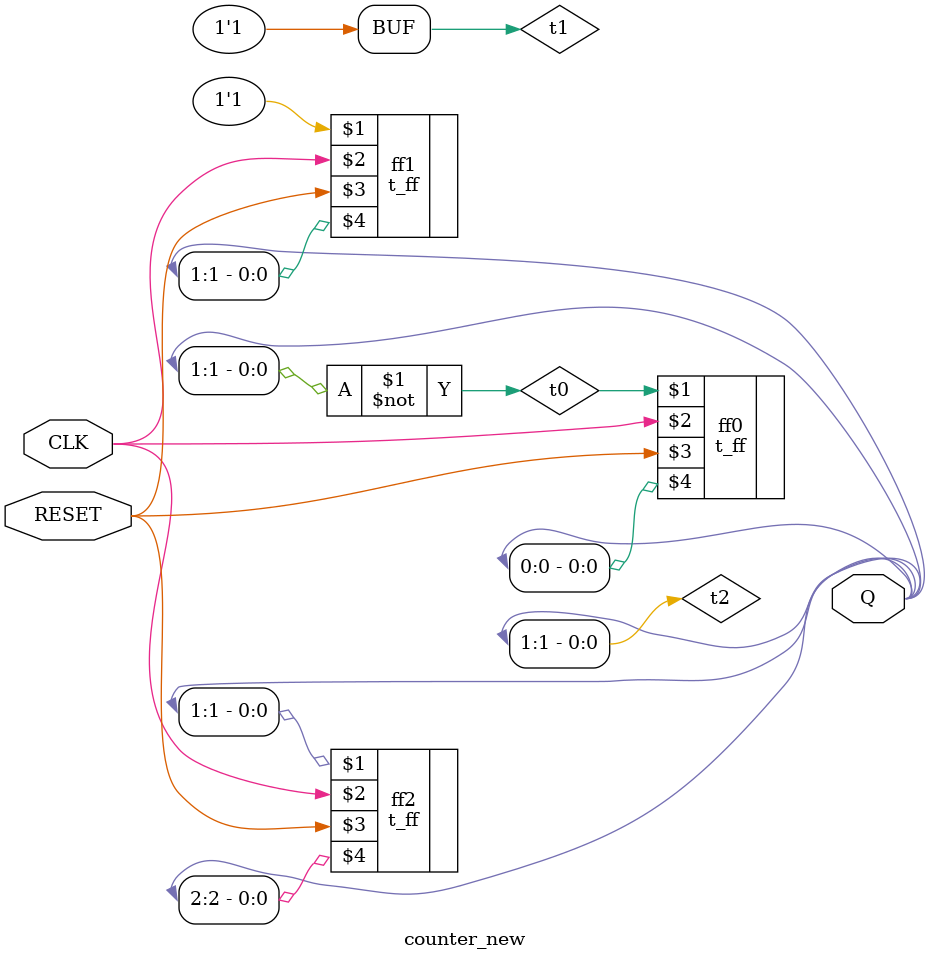
<source format=v>
`timescale 1ns / 1ps


module counter_new(
    input CLK,
    input RESET,
    output wire [2:0] Q
    );

wire t0, t1, t2;

assign t0 = ~Q[1];   
assign t1 = 1'b1;    
assign t2 = Q[1];   

t_ff ff0(t0, CLK, RESET, Q[0]);
t_ff ff1(t1, CLK, RESET, Q[1]);
t_ff ff2(t2, CLK, RESET, Q[2]);

endmodule
</source>
